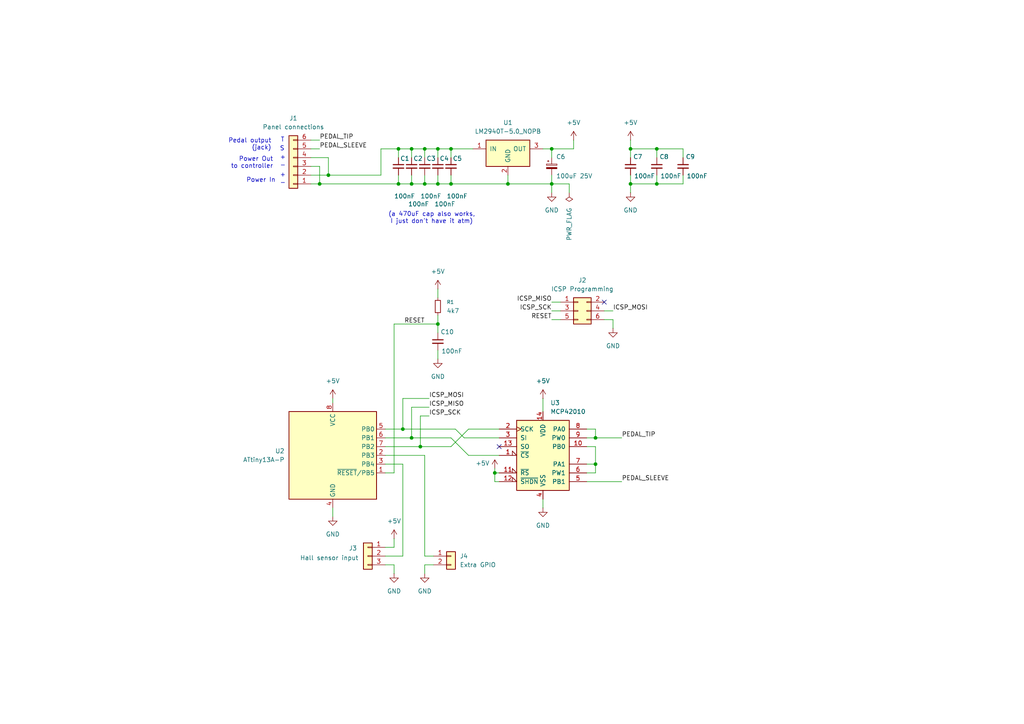
<source format=kicad_sch>
(kicad_sch (version 20250114) (generator "eeschema") (generator_version "9.0")
  (paper "A4")
  (lib_symbols
    (symbol "Connector_Generic:Conn_01x02" (pin_names (offset 1.016) (hide yes))
      (property "Reference" "J" (at 0 2.54 0))
      (property "Value" "Conn_01x02" (at 0 -5.08 0))
      (symbol "Conn_01x02_1_1"
        (rectangle (start -1.27 1.27) (end 1.27 -3.81) (stroke (width 0.254)) (fill (type background)))
        (rectangle (start -1.27 0.127) (end 0 -0.127) (stroke (width 0.1524)))
        (rectangle (start -1.27 -2.413) (end 0 -2.667) (stroke (width 0.1524)))
        (pin passive line (at -5.08 0 0) (length 3.81) (name "Pin_1") (number "1"))
        (pin passive line (at -5.08 -2.54 0) (length 3.81) (name "Pin_2") (number "2"))
      )
    )
    (symbol "Connector_Generic:Conn_01x03" (pin_names (offset 1.016) (hide yes))
      (property "Reference" "J" (at 0 5.08 0))
      (property "Value" "Conn_01x03" (at 0 -5.08 0))
      (symbol "Conn_01x03_1_1"
        (rectangle (start -1.27 3.81) (end 1.27 -3.81) (stroke (width 0.254)) (fill (type background)))
        (rectangle (start -1.27 2.667) (end 0 2.413) (stroke (width 0.1524)))
        (rectangle (start -1.27 0.127) (end 0 -0.127) (stroke (width 0.1524)))
        (rectangle (start -1.27 -2.413) (end 0 -2.667) (stroke (width 0.1524)))
        (pin passive line (at -5.08 2.54 0) (length 3.81) (name "Pin_1") (number "1"))
        (pin passive line (at -5.08 0 0) (length 3.81) (name "Pin_2") (number "2"))
        (pin passive line (at -5.08 -2.54 0) (length 3.81) (name "Pin_3") (number "3"))
      )
    )
    (symbol "Connector_Generic:Conn_01x06" (pin_names (offset 1.016) (hide yes))
      (property "Reference" "J" (at 0 7.62 0))
      (property "Value" "Conn_01x06" (at 0 -10.16 0))
      (symbol "Conn_01x06_1_1"
        (rectangle (start -1.27 6.35) (end 1.27 -8.89) (stroke (width 0.254)) (fill (type background)))
        (rectangle (start -1.27 5.207) (end 0 4.953) (stroke (width 0.1524)))
        (rectangle (start -1.27 2.667) (end 0 2.413) (stroke (width 0.1524)))
        (rectangle (start -1.27 0.127) (end 0 -0.127) (stroke (width 0.1524)))
        (rectangle (start -1.27 -2.413) (end 0 -2.667) (stroke (width 0.1524)))
        (rectangle (start -1.27 -4.953) (end 0 -5.207) (stroke (width 0.1524)))
        (rectangle (start -1.27 -7.493) (end 0 -7.747) (stroke (width 0.1524)))
        (pin passive line (at -5.08 5.08 0) (length 3.81) (name "Pin_1") (number "1"))
        (pin passive line (at -5.08 2.54 0) (length 3.81) (name "Pin_2") (number "2"))
        (pin passive line (at -5.08 0 0) (length 3.81) (name "Pin_3") (number "3"))
        (pin passive line (at -5.08 -2.54 0) (length 3.81) (name "Pin_4") (number "4"))
        (pin passive line (at -5.08 -5.08 0) (length 3.81) (name "Pin_5") (number "5"))
        (pin passive line (at -5.08 -7.62 0) (length 3.81) (name "Pin_6") (number "6"))
      )
    )
    (symbol "Connector_Generic:Conn_02x03_Odd_Even" (pin_names (offset 1.016) (hide yes))
      (property "Reference" "J" (at 1.27 5.08 0))
      (property "Value" "Conn_02x03_Odd_Even" (at 1.27 -5.08 0))
      (symbol "Conn_02x03_Odd_Even_1_1"
        (rectangle (start -1.27 3.81) (end 3.81 -3.81) (stroke (width 0.254)) (fill (type background)))
        (rectangle (start -1.27 2.667) (end 0 2.413) (stroke (width 0.1524)))
        (rectangle (start -1.27 0.127) (end 0 -0.127) (stroke (width 0.1524)))
        (rectangle (start -1.27 -2.413) (end 0 -2.667) (stroke (width 0.1524)))
        (rectangle (start 3.81 2.667) (end 2.54 2.413) (stroke (width 0.1524)))
        (rectangle (start 3.81 0.127) (end 2.54 -0.127) (stroke (width 0.1524)))
        (rectangle (start 3.81 -2.413) (end 2.54 -2.667) (stroke (width 0.1524)))
        (pin passive line (at -5.08 2.54 0) (length 3.81) (name "Pin_1") (number "1"))
        (pin passive line (at -5.08 0 0) (length 3.81) (name "Pin_3") (number "3"))
        (pin passive line (at -5.08 -2.54 0) (length 3.81) (name "Pin_5") (number "5"))
        (pin passive line (at 7.62 2.54 180) (length 3.81) (name "Pin_2") (number "2"))
        (pin passive line (at 7.62 0 180) (length 3.81) (name "Pin_4") (number "4"))
        (pin passive line (at 7.62 -2.54 180) (length 3.81) (name "Pin_6") (number "6"))
      )
    )
    (symbol "Device:C_Polarized_Small" (pin_numbers (hide yes)) (pin_names (offset 0.254) (hide yes))
      (property "Reference" "C" (at 0.254 1.778 0))
      (property "Value" "C_Polarized_Small" (at 0.254 -2.032 0))
      (symbol "C_Polarized_Small_0_1"
        (rectangle (start -1.524 0.6858) (end 1.524 0.3048))
        (rectangle (start -1.524 -0.3048) (end 1.524 -0.6858) (fill (type outline)))
        (polyline (pts (xy -1.27 1.524) (xy -0.762 1.524)))
        (polyline (pts (xy -1.016 1.27) (xy -1.016 1.778)))
      )
      (symbol "C_Polarized_Small_1_1"
        (pin passive line (at 0 2.54 270) (length 1.8542) (name "~") (number "1"))
        (pin passive line (at 0 -2.54 90) (length 1.8542) (name "~") (number "2"))
      )
    )
    (symbol "Device:C_Small" (pin_numbers (hide yes)) (pin_names (offset 0.254) (hide yes))
      (property "Reference" "C" (at 0.254 1.778 0))
      (property "Value" "C_Small" (at 0.254 -2.032 0))
      (symbol "C_Small_0_1"
        (polyline (pts (xy -1.524 0.508) (xy 1.524 0.508)) (stroke (width 0.3048)))
        (polyline (pts (xy -1.524 -0.508) (xy 1.524 -0.508)) (stroke (width 0.3302)))
      )
      (symbol "C_Small_1_1"
        (pin passive line (at 0 2.54 270) (length 2.032) (name "~") (number "1"))
        (pin passive line (at 0 -2.54 90) (length 2.032) (name "~") (number "2"))
      )
    )
    (symbol "Device:R_Small" (pin_numbers (hide yes)) (pin_names (offset 0.254) (hide yes))
      (property "Reference" "R" (at 0 0 90))
      (property "Value" "R_Small" (at 1.778 0 90))
      (symbol "R_Small_0_1"
        (rectangle (start -0.762 1.778) (end 0.762 -1.778) (stroke (width 0.2032)))
      )
      (symbol "R_Small_1_1"
        (pin passive line (at 0 2.54 270) (length 0.762) (name "~") (number "1"))
        (pin passive line (at 0 -2.54 90) (length 0.762) (name "~") (number "2"))
      )
    )
    (symbol "LM2940T-5.0_NOPB:LM2940T-5.0_NOPB" (pin_names (offset 1.016))
      (property "Reference" "U" (at -6.35 -5.08 0))
      (property "Value" "LM2940T-5.0_NOPB" (at 0 5.08 0))
      (symbol "LM2940T-5.0_NOPB_0_1"
        (rectangle (start -6.35 3.81) (end 6.35 -3.81) (stroke (width 0.254)) (fill (type background)))
      )
      (symbol "LM2940T-5.0_NOPB_1_1"
        (pin input line (at -10.16 1.27 0) (length 3.81) (name "IN") (number "1"))
        (pin power_in line (at 0 -6.35 90) (length 2.54) (name "GND") (number "2"))
        (pin power_out line (at 10.16 1.27 180) (length 3.81) (name "OUT") (number "3"))
      )
    )
    (symbol "MCU_Microchip_ATtiny:ATtiny13A-P"
      (property "Reference" "U" (at -12.7 13.97 0))
      (property "Value" "ATtiny13A-P" (at 2.54 -13.97 0))
      (symbol "ATtiny13A-P_0_1"
        (rectangle (start -12.7 -12.7) (end 12.7 12.7) (stroke (width 0.254)) (fill (type background)))
      )
      (symbol "ATtiny13A-P_1_1"
        (pin power_in line (at 0 15.24 270) (length 2.54) (name "VCC") (number "8"))
        (pin power_in line (at 0 -15.24 90) (length 2.54) (name "GND") (number "4"))
        (pin bidirectional line (at 15.24 7.62 180) (length 2.54) (name "PB0") (number "5"))
        (pin bidirectional line (at 15.24 5.08 180) (length 2.54) (name "PB1") (number "6"))
        (pin bidirectional line (at 15.24 2.54 180) (length 2.54) (name "PB2") (number "7"))
        (pin bidirectional line (at 15.24 0 180) (length 2.54) (name "PB3") (number "2"))
        (pin bidirectional line (at 15.24 -2.54 180) (length 2.54) (name "PB4") (number "3"))
        (pin bidirectional line (at 15.24 -5.08 180) (length 2.54) (name "~{RESET}/PB5") (number "1"))
      )
    )
    (symbol "Potentiometer_Digital:MCP42010" (pin_names (offset 1.016))
      (property "Reference" "U" (at -7.62 11.43 0))
      (property "Value" "MCP42010" (at 2.54 11.43 0))
      (symbol "MCP42010_0_1"
        (rectangle (start -7.62 10.16) (end 7.62 -10.16) (stroke (width 0.254)) (fill (type background)))
      )
      (symbol "MCP42010_1_1"
        (pin input clock (at -12.7 7.62 0) (length 5.08) (name "SCK") (number "2"))
        (pin input line (at -12.7 5.08 0) (length 5.08) (name "SI") (number "3"))
        (pin output line (at -12.7 2.54 0) (length 5.08) (name "SO") (number "13"))
        (pin input input_low (at -12.7 0 0) (length 5.08) (name "~{CS}") (number "1"))
        (pin input input_low (at -12.7 -5.08 0) (length 5.08) (name "~{RS}") (number "11"))
        (pin input input_low (at -12.7 -7.62 0) (length 5.08) (name "~{SHDN}") (number "12"))
        (pin power_in line (at 0 12.7 270) (length 2.54) (name "VDD") (number "14"))
        (pin power_in line (at 0 -12.7 90) (length 2.54) (name "VSS") (number "4"))
        (pin passive line (at 12.7 7.62 180) (length 5.08) (name "PA0") (number "8"))
        (pin passive line (at 12.7 5.08 180) (length 5.08) (name "PW0") (number "9"))
        (pin passive line (at 12.7 2.54 180) (length 5.08) (name "PB0") (number "10"))
        (pin passive line (at 12.7 -2.54 180) (length 5.08) (name "PA1") (number "7"))
        (pin passive line (at 12.7 -5.08 180) (length 5.08) (name "PW1") (number "6"))
        (pin passive line (at 12.7 -7.62 180) (length 5.08) (name "PB1") (number "5"))
      )
    )
    (symbol "power:+5V" (power) (pin_numbers (hide yes)) (pin_names (offset 0) (hide yes))
      (property "Value" "+5V" (at 0 3.556 0))
      (symbol "+5V_0_1"
        (polyline (pts (xy -0.762 1.27) (xy 0 2.54)))
        (polyline (pts (xy 0 2.54) (xy 0.762 1.27)))
        (polyline (pts (xy 0 0) (xy 0 2.54)))
      )
      (symbol "+5V_1_1"
        (pin power_in line (at 0 0 90) (length 0) (name "~") (number "1"))
      )
    )
    (symbol "power:GND" (power) (pin_numbers (hide yes)) (pin_names (offset 0) (hide yes))
      (property "Value" "GND" (at 0 -3.81 0))
      (symbol "GND_0_1"
        (polyline (pts (xy 0 0) (xy 0 -1.27) (xy 1.27 -1.27) (xy 0 -2.54) (xy -1.27 -1.27) (xy 0 -1.27)))
      )
      (symbol "GND_1_1"
        (pin power_in line (at 0 0 270) (length 0) (name "~") (number "1"))
      )
    )
    (symbol "power:PWR_FLAG" (power) (pin_numbers (hide yes)) (pin_names (offset 0) (hide yes))
      (property "Value" "PWR_FLAG" (at 0 3.81 0))
      (symbol "PWR_FLAG_0_0"
        (pin power_out line (at 0 0 90) (length 0) (name "~") (number "1"))
      )
      (symbol "PWR_FLAG_0_1"
        (polyline (pts (xy 0 0) (xy 0 1.27) (xy -1.016 1.905) (xy 0 2.54) (xy 1.016 1.905) (xy 0 1.27)))
      )
    )
  )
  (text "Power In" (at 75.692 52.324 0) (effects (font (size 1.27 1.27))))
  (text "+" (at 82.042 50.8 0) (effects (font (size 1.27 1.27))))
  (text "-" (at 82.042 53.086 0) (effects (font (size 1.27 1.27))))
  (text "T" (at 82.55 40.64 0) (effects (font (size 1.27 1.27)) (justify right)))
  (text "(a 470uF cap also works,\nI just don't have it atm)" (at 125.222 63.246 0) (effects (font (size 1.27 1.27))))
  (text "Power Out\nto controller" (at 79.248 47.244 0) (effects (font (size 1.27 1.27)) (justify right)))
  (text "-" (at 82.042 48.006 0) (effects (font (size 1.27 1.27))))
  (text "Pedal output\n(jack)" (at 78.74 41.91 0) (effects (font (size 1.27 1.27)) (justify right)))
  (text "+" (at 82.042 45.72 0) (effects (font (size 1.27 1.27))))
  (text "S" (at 82.55 43.18 0) (effects (font (size 1.27 1.27)) (justify right)))
  (junction (at 116.84 124.46))
  (junction (at 127 93.98))
  (junction (at 182.88 53.34))
  (junction (at 92.71 53.34))
  (junction (at 127 43.18))
  (junction (at 172.72 127))
  (junction (at 130.81 43.18))
  (junction (at 147.32 53.34))
  (junction (at 119.38 53.34))
  (junction (at 190.5 43.18))
  (junction (at 115.57 53.34))
  (junction (at 190.5 53.34))
  (junction (at 123.19 43.18))
  (junction (at 119.38 43.18))
  (junction (at 143.51 137.16))
  (junction (at 160.02 43.18))
  (junction (at 123.19 53.34))
  (junction (at 127 53.34))
  (junction (at 160.02 53.34))
  (junction (at 182.88 43.18))
  (junction (at 121.92 129.54))
  (junction (at 115.57 43.18))
  (junction (at 172.72 134.62))
  (junction (at 119.38 127))
  (junction (at 130.81 53.34))
  (junction (at 95.25 50.8))
  (no_connect (at 175.26 87.63))
  (no_connect (at 144.78 129.54))
  (wire (pts (xy 160.02 53.34) (xy 165.1 53.34)))
  (wire (pts (xy 121.92 129.54) (xy 130.81 129.54)))
  (wire (pts (xy 110.49 43.18) (xy 115.57 43.18)))
  (wire (pts (xy 160.02 43.18) (xy 160.02 45.72)))
  (wire (pts (xy 130.81 50.8) (xy 130.81 53.34)))
  (wire (pts (xy 119.38 127) (xy 130.81 127)))
  (wire (pts (xy 90.17 40.64) (xy 92.71 40.64)))
  (wire (pts (xy 114.3 156.21) (xy 114.3 158.75)))
  (wire (pts (xy 172.72 134.62) (xy 172.72 137.16)))
  (wire (pts (xy 175.26 90.17) (xy 177.8 90.17)))
  (wire (pts (xy 115.57 43.18) (xy 119.38 43.18)))
  (wire (pts (xy 119.38 53.34) (xy 123.19 53.34)))
  (wire (pts (xy 96.52 147.32) (xy 96.52 149.86)))
  (wire (pts (xy 111.76 129.54) (xy 121.92 129.54)))
  (wire (pts (xy 121.92 120.65) (xy 121.92 129.54)))
  (wire (pts (xy 115.57 50.8) (xy 115.57 53.34)))
  (wire (pts (xy 175.26 92.71) (xy 177.8 92.71)))
  (wire (pts (xy 190.5 43.18) (xy 198.12 43.18)))
  (wire (pts (xy 119.38 118.11) (xy 124.46 118.11)))
  (wire (pts (xy 134.62 127) (xy 144.78 127)))
  (wire (pts (xy 119.38 50.8) (xy 119.38 53.34)))
  (wire (pts (xy 132.08 124.46) (xy 134.62 127)))
  (wire (pts (xy 160.02 90.17) (xy 162.56 90.17)))
  (wire (pts (xy 135.89 124.46) (xy 144.78 124.46)))
  (wire (pts (xy 96.52 115.57) (xy 96.52 116.84)))
  (wire (pts (xy 111.76 163.83) (xy 114.3 163.83)))
  (wire (pts (xy 135.89 132.08) (xy 144.78 132.08)))
  (wire (pts (xy 143.51 135.89) (xy 143.51 137.16)))
  (wire (pts (xy 147.32 50.8) (xy 147.32 53.34)))
  (wire (pts (xy 116.84 115.57) (xy 116.84 124.46)))
  (wire (pts (xy 160.02 87.63) (xy 162.56 87.63)))
  (wire (pts (xy 170.18 124.46) (xy 172.72 124.46)))
  (wire (pts (xy 123.19 53.34) (xy 127 53.34)))
  (wire (pts (xy 111.76 137.16) (xy 114.3 137.16)))
  (wire (pts (xy 190.5 43.18) (xy 190.5 45.72)))
  (wire (pts (xy 111.76 161.29) (xy 116.84 161.29)))
  (wire (pts (xy 95.25 50.8) (xy 110.49 50.8)))
  (wire (pts (xy 170.18 127) (xy 172.72 127)))
  (wire (pts (xy 143.51 137.16) (xy 144.78 137.16)))
  (wire (pts (xy 127 43.18) (xy 127 45.72)))
  (wire (pts (xy 119.38 43.18) (xy 119.38 45.72)))
  (wire (pts (xy 123.19 50.8) (xy 123.19 53.34)))
  (wire (pts (xy 90.17 48.26) (xy 92.71 48.26)))
  (wire (pts (xy 115.57 53.34) (xy 119.38 53.34)))
  (wire (pts (xy 190.5 53.34) (xy 198.12 53.34)))
  (wire (pts (xy 160.02 43.18) (xy 166.37 43.18)))
  (wire (pts (xy 157.48 43.18) (xy 160.02 43.18)))
  (wire (pts (xy 172.72 127) (xy 180.34 127)))
  (wire (pts (xy 114.3 93.98) (xy 114.3 137.16)))
  (wire (pts (xy 127 91.44) (xy 127 93.98)))
  (wire (pts (xy 110.49 43.18) (xy 110.49 50.8)))
  (wire (pts (xy 160.02 92.71) (xy 162.56 92.71)))
  (wire (pts (xy 111.76 132.08) (xy 123.19 132.08)))
  (wire (pts (xy 119.38 118.11) (xy 119.38 127)))
  (wire (pts (xy 111.76 158.75) (xy 114.3 158.75)))
  (wire (pts (xy 121.92 120.65) (xy 124.46 120.65)))
  (wire (pts (xy 114.3 93.98) (xy 127 93.98)))
  (wire (pts (xy 170.18 139.7) (xy 180.34 139.7)))
  (wire (pts (xy 130.81 43.18) (xy 130.81 45.72)))
  (wire (pts (xy 170.18 137.16) (xy 172.72 137.16)))
  (wire (pts (xy 147.32 53.34) (xy 160.02 53.34)))
  (wire (pts (xy 90.17 50.8) (xy 95.25 50.8)))
  (wire (pts (xy 130.81 43.18) (xy 137.16 43.18)))
  (wire (pts (xy 198.12 43.18) (xy 198.12 45.72)))
  (wire (pts (xy 115.57 43.18) (xy 115.57 45.72)))
  (wire (pts (xy 127 43.18) (xy 130.81 43.18)))
  (wire (pts (xy 90.17 43.18) (xy 92.71 43.18)))
  (wire (pts (xy 166.37 40.64) (xy 166.37 43.18)))
  (wire (pts (xy 111.76 124.46) (xy 116.84 124.46)))
  (wire (pts (xy 116.84 124.46) (xy 132.08 124.46)))
  (wire (pts (xy 123.19 163.83) (xy 123.19 166.37)))
  (wire (pts (xy 111.76 127) (xy 119.38 127)))
  (wire (pts (xy 114.3 163.83) (xy 114.3 166.37)))
  (wire (pts (xy 119.38 43.18) (xy 123.19 43.18)))
  (wire (pts (xy 182.88 53.34) (xy 182.88 55.88)))
  (wire (pts (xy 127 83.82) (xy 127 86.36)))
  (wire (pts (xy 116.84 134.62) (xy 116.84 161.29)))
  (wire (pts (xy 143.51 139.7) (xy 144.78 139.7)))
  (wire (pts (xy 116.84 115.57) (xy 124.46 115.57)))
  (wire (pts (xy 170.18 129.54) (xy 172.72 129.54)))
  (wire (pts (xy 90.17 53.34) (xy 92.71 53.34)))
  (wire (pts (xy 182.88 53.34) (xy 190.5 53.34)))
  (wire (pts (xy 123.19 43.18) (xy 123.19 45.72)))
  (wire (pts (xy 130.81 129.54) (xy 135.89 124.46)))
  (wire (pts (xy 160.02 50.8) (xy 160.02 53.34)))
  (wire (pts (xy 198.12 50.8) (xy 198.12 53.34)))
  (wire (pts (xy 190.5 50.8) (xy 190.5 53.34)))
  (wire (pts (xy 90.17 45.72) (xy 95.25 45.72)))
  (wire (pts (xy 123.19 132.08) (xy 123.19 161.29)))
  (wire (pts (xy 127 93.98) (xy 127 96.52)))
  (wire (pts (xy 127 50.8) (xy 127 53.34)))
  (wire (pts (xy 170.18 134.62) (xy 172.72 134.62)))
  (wire (pts (xy 111.76 134.62) (xy 116.84 134.62)))
  (wire (pts (xy 92.71 48.26) (xy 92.71 53.34)))
  (wire (pts (xy 92.71 53.34) (xy 115.57 53.34)))
  (wire (pts (xy 127 53.34) (xy 130.81 53.34)))
  (wire (pts (xy 157.48 115.57) (xy 157.48 119.38)))
  (wire (pts (xy 95.25 45.72) (xy 95.25 50.8)))
  (wire (pts (xy 182.88 43.18) (xy 182.88 45.72)))
  (wire (pts (xy 165.1 53.34) (xy 165.1 55.88)))
  (wire (pts (xy 177.8 92.71) (xy 177.8 95.25)))
  (wire (pts (xy 127 101.6) (xy 127 104.14)))
  (wire (pts (xy 130.81 53.34) (xy 147.32 53.34)))
  (wire (pts (xy 157.48 147.32) (xy 157.48 144.78)))
  (wire (pts (xy 130.81 127) (xy 135.89 132.08)))
  (wire (pts (xy 182.88 40.64) (xy 182.88 43.18)))
  (wire (pts (xy 182.88 50.8) (xy 182.88 53.34)))
  (wire (pts (xy 123.19 161.29) (xy 125.73 161.29)))
  (wire (pts (xy 160.02 53.34) (xy 160.02 55.88)))
  (wire (pts (xy 172.72 129.54) (xy 172.72 134.62)))
  (wire (pts (xy 143.51 137.16) (xy 143.51 139.7)))
  (wire (pts (xy 123.19 163.83) (xy 125.73 163.83)))
  (wire (pts (xy 172.72 124.46) (xy 172.72 127)))
  (wire (pts (xy 182.88 43.18) (xy 190.5 43.18)))
  (wire (pts (xy 123.19 43.18) (xy 127 43.18)))
  (label "PEDAL_TIP" (at 180.34 127 0))
  (label "PEDAL_SLEEVE" (at 92.71 43.18 0))
  (label "PEDAL_TIP" (at 92.71 40.64 0))
  (label "ICSP_MOSI" (at 177.8 90.17 0))
  (label "PEDAL_SLEEVE" (at 180.34 139.7 0))
  (label "RESET" (at 123.19 93.98 180))
  (label "ICSP_SCK" (at 124.46 120.65 0))
  (label "ICSP_MISO" (at 160.02 87.63 180))
  (label "ICSP_MISO" (at 124.46 118.11 0))
  (label "ICSP_MOSI" (at 124.46 115.57 0))
  (label "ICSP_SCK" (at 160.02 90.17 180))
  (label "RESET" (at 160.02 92.71 180))
  (symbol (lib_id "power:GND") (at 127 104.14 0) (unit 1)
    (property "Reference" "#PWR07" (effects (hide yes)))
    (property "Value" "GND" (at 127 109.22 0))
    (property "Description" "Power symbol creates a global label with name \"GND\" , ground" (effects (hide yes)))
  )
  (symbol (lib_id "Device:C_Small") (at 115.57 48.26 0) (unit 1)
    (property "Reference" "C1" (at 116.078 45.974 0) (effects (justify left)))
    (property "Value" "100nF" (at 114.3 56.896 0) (effects (justify left)))
    (property "Footprint" "Capacitor_THT:C_Disc_D4.3mm_W1.9mm_P5.00mm" (effects (hide yes)))
    (property "Description" "Unpolarized capacitor, small symbol" (effects (hide yes)))
  )
  (symbol (lib_id "power:GND") (at 157.48 147.32 0) (unit 1)
    (property "Reference" "#PWR011" (effects (hide yes)))
    (property "Value" "GND" (at 157.48 152.4 0))
    (property "Description" "Power symbol creates a global label with name \"GND\" , ground" (effects (hide yes)))
  )
  (symbol (lib_id "Device:C_Small") (at 119.38 48.26 0) (unit 1)
    (property "Reference" "C2" (at 119.888 45.974 0) (effects (justify left)))
    (property "Value" "100nF" (at 118.364 59.182 0) (effects (justify left)))
    (property "Footprint" "Capacitor_THT:C_Disc_D4.3mm_W1.9mm_P5.00mm" (effects (hide yes)))
    (property "Description" "Unpolarized capacitor, small symbol" (effects (hide yes)))
  )
  (symbol (lib_id "power:GND") (at 123.19 166.37 0) (unit 1)
    (property "Reference" "#PWR015" (effects (hide yes)))
    (property "Value" "GND" (at 123.19 171.45 0))
    (property "Description" "Power symbol creates a global label with name \"GND\" , ground" (effects (hide yes)))
  )
  (symbol (lib_id "Device:R_Small") (at 127 88.9 0) (unit 1)
    (property "Reference" "R1" (at 129.54 87.6299 0) (effects (font (size 1.016 1.016)) (justify left)))
    (property "Value" "4k7" (at 129.54 90.1699 0) (effects (justify left)))
    (property "Footprint" "Resistor_THT:R_Axial_DIN0207_L6.3mm_D2.5mm_P10.16mm_Horizontal" (effects (hide yes)))
    (property "Description" "Resistor, small symbol" (effects (hide yes)))
  )
  (symbol (lib_id "power:+5V") (at 114.3 156.21 0) (unit 1)
    (property "Reference" "#PWR013" (effects (hide yes)))
    (property "Value" "+5V" (at 114.3 151.13 0))
    (property "Description" "Power symbol creates a global label with name \"+5V\"" (effects (hide yes)))
  )
  (symbol (lib_id "power:+5V") (at 127 83.82 0) (unit 1)
    (property "Reference" "#PWR05" (effects (hide yes)))
    (property "Value" "+5V" (at 127 78.74 0))
    (property "Description" "Power symbol creates a global label with name \"+5V\"" (effects (hide yes)))
  )
  (symbol (lib_id "Potentiometer_Digital:MCP42010") (at 157.48 132.08 0) (unit 1)
    (property "Reference" "U3" (at 159.6233 116.84 0) (effects (justify left)))
    (property "Value" "MCP42010" (at 159.6233 119.38 0) (effects (justify left)))
    (property "Footprint" "Package_DIP:DIP-14_W7.62mm" (effects (hide yes)))
    (property "Datasheet" "http://ww1.microchip.com/downloads/en/DeviceDoc/11195c.pdf" (effects (hide yes)))
    (property "Description" "Dual Digital Potentiometer, SPI interface, 256 taps, 10 kohm" (effects (hide yes)))
  )
  (symbol (lib_id "power:GND") (at 114.3 166.37 0) (unit 1)
    (property "Reference" "#PWR014" (effects (hide yes)))
    (property "Value" "GND" (at 114.3 171.45 0))
    (property "Description" "Power symbol creates a global label with name \"GND\" , ground" (effects (hide yes)))
  )
  (symbol (lib_id "Device:C_Polarized_Small") (at 160.02 48.26 0) (unit 1)
    (property "Reference" "C6" (at 161.29 45.466 0) (effects (justify left)))
    (property "Value" "100uF 25V" (at 161.29 51.054 0) (effects (justify left)))
    (property "Footprint" "Capacitor_THT:CP_Radial_D5.0mm_P2.50mm" (effects (hide yes)))
    (property "Description" "Polarized capacitor, small symbol" (effects (hide yes)))
  )
  (symbol (lib_id "Device:C_Small") (at 190.5 48.26 0) (unit 1)
    (property "Reference" "C8" (at 191.262 45.466 0) (effects (justify left)))
    (property "Value" "100nF" (at 191.516 51.054 0) (effects (justify left)))
    (property "Footprint" "Capacitor_THT:C_Disc_D4.3mm_W1.9mm_P5.00mm" (effects (hide yes)))
    (property "Description" "Unpolarized capacitor, small symbol" (effects (hide yes)))
  )
  (symbol (lib_id "Device:C_Small") (at 182.88 48.26 0) (unit 1)
    (property "Reference" "C7" (at 183.642 45.466 0) (effects (justify left)))
    (property "Value" "100nF" (at 183.896 51.054 0) (effects (justify left)))
    (property "Footprint" "Capacitor_THT:C_Disc_D4.3mm_W1.9mm_P5.00mm" (effects (hide yes)))
    (property "Description" "Unpolarized capacitor, small symbol" (effects (hide yes)))
  )
  (symbol (lib_id "LM2940T-5.0_NOPB:LM2940T-5.0_NOPB") (at 147.32 44.45 0) (unit 1)
    (property "Reference" "U1" (at 147.32 35.56 0))
    (property "Value" "LM2940T-5.0_NOPB" (at 147.32 38.1 0))
    (property "Footprint" "Package_TO_SOT_THT:TO-220-3_Vertical" (effects (hide yes)))
    (property "Datasheet" "http://www.ti.com/lit/gpn/lm2940c" (effects (hide yes)))
    (property "Description" "1A 26V LDO Linear Regulator, Fixed Output 5.0/8.0/9.0/10/12/15V, TO-220" (effects (hide yes)))
  )
  (symbol (lib_id "MCU_Microchip_ATtiny:ATtiny13A-P") (at 96.52 132.08 0) (unit 1)
    (property "Reference" "U2" (at 82.55 130.8099 0) (effects (justify right)))
    (property "Value" "ATtiny13A-P" (at 82.55 133.3499 0) (effects (justify right)))
    (property "Footprint" "Package_DIP:DIP-8_W7.62mm" (effects (hide yes)))
    (property "Datasheet" "http://ww1.microchip.com/downloads/en/DeviceDoc/doc8126.pdf" (effects (hide yes)))
    (property "Description" "20MHz, 1kB Flash, 64B SRAM, 64B EEPROM, debugWIRE, DIP-8" (effects (hide yes)))
  )
  (symbol (lib_id "power:GND") (at 160.02 55.88 0) (unit 1)
    (property "Reference" "#PWR03" (effects (hide yes)))
    (property "Value" "GND" (at 160.02 60.96 0))
    (property "Description" "Power symbol creates a global label with name \"GND\" , ground" (effects (hide yes)))
  )
  (symbol (lib_id "power:+5V") (at 182.88 40.64 0) (unit 1)
    (property "Reference" "#PWR02" (effects (hide yes)))
    (property "Value" "+5V" (at 182.88 35.56 0))
    (property "Description" "Power symbol creates a global label with name \"+5V\"" (effects (hide yes)))
  )
  (symbol (lib_id "Connector_Generic:Conn_01x06") (at 85.09 48.26 180) (unit 1)
    (property "Reference" "J1" (at 85.09 34.29 0))
    (property "Value" "Panel connections" (at 85.09 36.83 0))
    (property "Footprint" "Connector_Molex:Molex_KK-254_AE-6410-06A_1x06_P2.54mm_Vertical" (effects (hide yes)))
    (property "Description" "Generic connector, single row, 01x06, script generated (kicad-library-utils/schlib/autogen/connector/)" (effects (hide yes)))
  )
  (symbol (lib_id "Connector_Generic:Conn_01x02") (at 130.81 161.29 0) (unit 1)
    (property "Reference" "J4" (at 133.35 161.2899 0) (effects (justify left)))
    (property "Value" "Extra GPIO" (at 133.35 163.8299 0) (effects (justify left)))
    (property "Footprint" "Connector_PinHeader_2.54mm:PinHeader_1x02_P2.54mm_Vertical" (effects (hide yes)))
    (property "Description" "Generic connector, single row, 01x02, script generated (kicad-library-utils/schlib/autogen/connector/)" (effects (hide yes)))
  )
  (symbol (lib_id "power:+5V") (at 157.48 115.57 0) (unit 1)
    (property "Reference" "#PWR09" (effects (hide yes)))
    (property "Value" "+5V" (at 157.48 110.49 0))
    (property "Description" "Power symbol creates a global label with name \"+5V\"" (effects (hide yes)))
  )
  (symbol (lib_id "power:GND") (at 96.52 149.86 0) (unit 1)
    (property "Reference" "#PWR012" (effects (hide yes)))
    (property "Value" "GND" (at 96.52 154.94 0))
    (property "Description" "Power symbol creates a global label with name \"GND\" , ground" (effects (hide yes)))
  )
  (symbol (lib_id "Device:C_Small") (at 130.81 48.26 0) (unit 1)
    (property "Reference" "C5" (at 131.318 45.974 0) (effects (justify left)))
    (property "Value" "100nF" (at 129.54 56.896 0) (effects (justify left)))
    (property "Footprint" "Capacitor_THT:C_Disc_D4.3mm_W1.9mm_P5.00mm" (effects (hide yes)))
    (property "Description" "Unpolarized capacitor, small symbol" (effects (hide yes)))
  )
  (symbol (lib_id "Device:C_Small") (at 198.12 48.26 0) (unit 1)
    (property "Reference" "C9" (at 198.882 45.466 0) (effects (justify left)))
    (property "Value" "100nF" (at 199.136 51.054 0) (effects (justify left)))
    (property "Footprint" "Capacitor_THT:C_Disc_D4.3mm_W1.9mm_P5.00mm" (effects (hide yes)))
    (property "Description" "Unpolarized capacitor, small symbol" (effects (hide yes)))
  )
  (symbol (lib_id "power:+5V") (at 143.51 135.89 0) (unit 1)
    (property "Reference" "#PWR010" (effects (hide yes)))
    (property "Value" "+5V" (at 139.954 134.366 0))
    (property "Description" "Power symbol creates a global label with name \"+5V\"" (effects (hide yes)))
  )
  (symbol (lib_id "power:GND") (at 182.88 55.88 0) (unit 1)
    (property "Reference" "#PWR04" (effects (hide yes)))
    (property "Value" "GND" (at 182.88 60.96 0))
    (property "Description" "Power symbol creates a global label with name \"GND\" , ground" (effects (hide yes)))
  )
  (symbol (lib_id "Connector_Generic:Conn_02x03_Odd_Even") (at 167.64 90.17 0) (unit 1)
    (property "Reference" "J2" (at 168.91 81.28 0))
    (property "Value" "ICSP Programming" (at 168.91 83.82 0))
    (property "Footprint" "Connector_PinHeader_2.54mm:PinHeader_2x03_P2.54mm_Vertical" (effects (hide yes)))
    (property "Description" "Generic connector, double row, 02x03, odd/even pin numbering scheme (row 1 odd numbers, row 2 even numbers), script generated (kicad-library-utils/schlib/autogen/connector/)" (effects (hide yes)))
  )
  (symbol (lib_id "Device:C_Small") (at 127 48.26 0) (unit 1)
    (property "Reference" "C4" (at 127.508 45.974 0) (effects (justify left)))
    (property "Value" "100nF" (at 125.984 59.182 0) (effects (justify left)))
    (property "Footprint" "Capacitor_THT:C_Disc_D4.3mm_W1.9mm_P5.00mm" (effects (hide yes)))
    (property "Description" "Unpolarized capacitor, small symbol" (effects (hide yes)))
  )
  (symbol (lib_id "power:PWR_FLAG") (at 165.1 55.88 180) (unit 1)
    (property "Reference" "#FLG01" (effects (hide yes)))
    (property "Value" "PWR_FLAG" (at 165.1 65.024 90))
    (property "Description" "Special symbol for telling ERC where power comes from" (effects (hide yes)))
  )
  (symbol (lib_id "Device:C_Small") (at 123.19 48.26 0) (unit 1)
    (property "Reference" "C3" (at 123.698 45.974 0) (effects (justify left)))
    (property "Value" "100nF" (at 121.92 56.896 0) (effects (justify left)))
    (property "Footprint" "Capacitor_THT:C_Disc_D4.3mm_W1.9mm_P5.00mm" (effects (hide yes)))
    (property "Description" "Unpolarized capacitor, small symbol" (effects (hide yes)))
  )
  (symbol (lib_id "power:+5V") (at 96.52 115.57 0) (unit 1)
    (property "Reference" "#PWR08" (effects (hide yes)))
    (property "Value" "+5V" (at 96.52 110.49 0))
    (property "Description" "Power symbol creates a global label with name \"+5V\"" (effects (hide yes)))
  )
  (symbol (lib_id "Device:C_Small") (at 127 99.06 0) (unit 1)
    (property "Reference" "C10" (at 127.762 96.266 0) (effects (justify left)))
    (property "Value" "100nF" (at 128.016 101.854 0) (effects (justify left)))
    (property "Footprint" "Capacitor_THT:C_Disc_D4.3mm_W1.9mm_P5.00mm" (effects (hide yes)))
    (property "Description" "Unpolarized capacitor, small symbol" (effects (hide yes)))
  )
  (symbol (lib_id "power:GND") (at 177.8 95.25 0) (unit 1)
    (property "Reference" "#PWR06" (effects (hide yes)))
    (property "Value" "GND" (at 177.8 100.33 0))
    (property "Description" "Power symbol creates a global label with name \"GND\" , ground" (effects (hide yes)))
  )
  (symbol (lib_id "power:+5V") (at 166.37 40.64 0) (unit 1)
    (property "Reference" "#PWR01" (effects (hide yes)))
    (property "Value" "+5V" (at 166.37 35.56 0))
    (property "Description" "Power symbol creates a global label with name \"+5V\"" (effects (hide yes)))
  )
  (symbol (lib_id "Connector_Generic:Conn_01x03") (at 106.68 161.29 0) (mirror y) (unit 1)
    (property "Reference" "J3" (at 102.362 159.004 0))
    (property "Value" "Hall sensor input" (at 95.504 161.798 0))
    (property "Footprint" "Connector_Molex:Molex_KK-254_AE-6410-03A_1x03_P2.54mm_Vertical" (effects (hide yes)))
    (property "Description" "Generic connector, single row, 01x03, script generated (kicad-library-utils/schlib/autogen/connector/)" (effects (hide yes)))
  )
)
</source>
